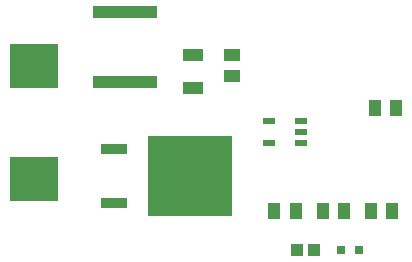
<source format=gtp>
G04*
G04 #@! TF.GenerationSoftware,Altium Limited,Altium Designer,18.1.11 (251)*
G04*
G04 Layer_Color=8421504*
%FSLAX25Y25*%
%MOIN*%
G70*
G01*
G75*
%ADD15R,0.04134X0.05709*%
%ADD16R,0.04331X0.05512*%
%ADD17R,0.21260X0.04134*%
%ADD18R,0.28347X0.26772*%
%ADD19R,0.08661X0.03740*%
%ADD20R,0.03937X0.02362*%
%ADD21R,0.04134X0.03937*%
%ADD22R,0.03150X0.03150*%
%ADD23R,0.15984X0.15000*%
%ADD24R,0.05512X0.04331*%
%ADD25R,0.06693X0.04331*%
D15*
X154232Y35433D02*
D03*
X146949D02*
D03*
D16*
X170275D02*
D03*
X163386D02*
D03*
X179386D02*
D03*
X186275D02*
D03*
X187500Y69961D02*
D03*
X180610D02*
D03*
D17*
X97441Y78740D02*
D03*
Y101772D02*
D03*
D18*
X118898Y47244D02*
D03*
D19*
X93701Y38268D02*
D03*
Y56221D02*
D03*
D20*
X156020Y58268D02*
D03*
Y62008D02*
D03*
Y65748D02*
D03*
X145193D02*
D03*
Y58268D02*
D03*
D21*
X154626Y22638D02*
D03*
X160335D02*
D03*
D22*
X175197Y22638D02*
D03*
X169291D02*
D03*
D23*
X66929Y84055D02*
D03*
Y46260D02*
D03*
D24*
X132874Y80610D02*
D03*
Y87500D02*
D03*
D25*
X120079Y76476D02*
D03*
Y87500D02*
D03*
M02*

</source>
